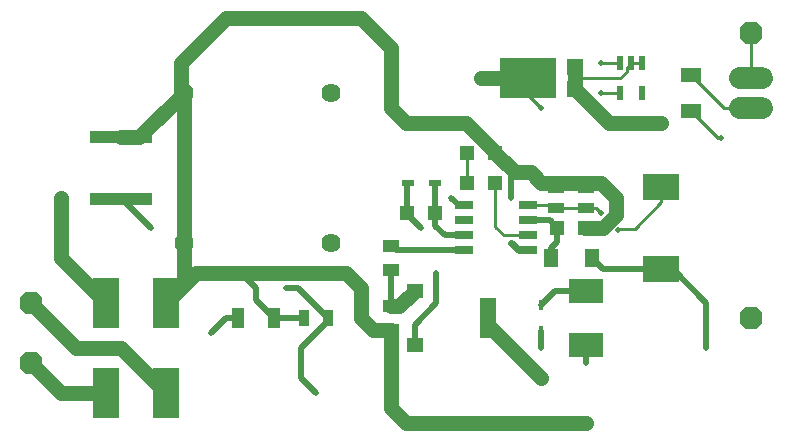
<source format=gbr>
G04 EAGLE Gerber RS-274X export*
G75*
%MOMM*%
%FSLAX34Y34*%
%LPD*%
%INBottom Copper*%
%IPPOS*%
%AMOC8*
5,1,8,0,0,1.08239X$1,22.5*%
G01*
%ADD10R,2.300000X4.300000*%
%ADD11R,3.000000X2.000000*%
%ADD12R,1.075000X0.500000*%
%ADD13R,1.400000X1.400000*%
%ADD14R,4.860000X3.360000*%
%ADD15R,1.528000X0.650000*%
%ADD16R,0.600000X1.200000*%
%ADD17P,2.089446X8X22.500000*%
%ADD18C,1.828800*%
%ADD19R,1.400000X1.200000*%
%ADD20R,1.400000X3.500000*%
%ADD21R,1.400000X1.100000*%
%ADD22R,1.250000X1.500000*%
%ADD23R,1.150000X1.150000*%
%ADD24R,1.800000X1.200000*%
%ADD25R,0.420000X0.870000*%
%ADD26C,1.620000*%
%ADD27R,1.430000X0.940000*%
%ADD28R,1.050000X1.800000*%
%ADD29R,0.950000X1.450000*%
%ADD30R,5.350000X1.060000*%
%ADD31R,3.150000X2.300000*%
%ADD32C,1.270000*%
%ADD33C,0.609600*%
%ADD34C,0.502400*%
%ADD35C,0.508000*%
%ADD36C,0.254000*%
%ADD37C,1.000000*%
%ADD38C,0.700000*%


D10*
X114200Y114700D03*
X114200Y37700D03*
X165200Y37700D03*
X165200Y114700D03*
D11*
X520700Y124850D03*
X520700Y78350D03*
D12*
X369500Y215900D03*
X392500Y215900D03*
D13*
X511150Y295600D03*
X511150Y314000D03*
D14*
X471350Y304800D03*
D15*
X471610Y196850D03*
X471610Y184150D03*
X471610Y171450D03*
X471610Y158750D03*
X417390Y158750D03*
X417390Y171450D03*
X417390Y184150D03*
X417390Y196850D03*
D16*
X549300Y317300D03*
X558800Y317300D03*
X568300Y317300D03*
X568300Y292300D03*
X549300Y292300D03*
D17*
X50800Y114300D03*
X50800Y63500D03*
D18*
X651256Y304800D02*
X669544Y304800D01*
X669544Y279400D02*
X651256Y279400D01*
D19*
X375400Y78600D03*
D20*
X437400Y101600D03*
D19*
X375400Y124600D03*
D21*
X355600Y111600D03*
X355600Y91600D03*
X355600Y142400D03*
X355600Y162400D03*
D22*
X525250Y152400D03*
X490750Y152400D03*
D23*
X496250Y177800D03*
X519750Y177800D03*
X392750Y190500D03*
X369250Y190500D03*
D24*
X609600Y277100D03*
X609600Y307100D03*
D23*
X443550Y215900D03*
X420050Y215900D03*
X420050Y241300D03*
X443550Y241300D03*
D25*
X482600Y112850D03*
X482600Y90350D03*
D26*
X304800Y165100D03*
X179800Y165100D03*
D27*
X495300Y195000D03*
X495300Y211400D03*
X520700Y195000D03*
X520700Y211400D03*
D28*
X226300Y101600D03*
X256300Y101600D03*
D29*
X302100Y101600D03*
X282100Y101600D03*
D30*
X127000Y202600D03*
X127000Y254600D03*
D17*
X660400Y342900D03*
X660400Y101600D03*
D26*
X304800Y292100D03*
X179800Y292100D03*
D31*
X584200Y212800D03*
X584200Y142800D03*
D32*
X419100Y266700D02*
X368300Y266700D01*
X355600Y279400D01*
X355600Y330200D01*
D33*
X463550Y158750D02*
X471610Y158750D01*
X463550Y158750D02*
X457200Y165100D01*
D34*
X457200Y165100D03*
X457200Y203200D03*
D32*
X473582Y224790D02*
X482472Y215900D01*
X460060Y224790D02*
X443550Y241300D01*
X460060Y224790D02*
X473582Y224790D01*
X443550Y241300D02*
X443550Y242250D01*
X419100Y266700D01*
D35*
X457200Y221930D02*
X457200Y203200D01*
X457200Y221930D02*
X460060Y224790D01*
D32*
X482472Y215900D02*
X533400Y215900D01*
X546100Y203200D01*
X546100Y188871D02*
X535029Y177800D01*
X519750Y177800D01*
X546100Y188871D02*
X546100Y203200D01*
D35*
X282100Y101600D02*
X256300Y101600D01*
X254000Y103900D01*
D32*
X179800Y129300D02*
X165200Y114700D01*
X179800Y129300D02*
X179800Y165100D01*
D34*
X520700Y12700D03*
D32*
X368300Y12700D01*
X355600Y25400D01*
X355600Y91600D01*
X340200Y91600D01*
X330200Y101600D01*
X330200Y127000D01*
X317500Y139700D01*
X190200Y139700D02*
X165200Y114700D01*
X228600Y139700D02*
X317500Y139700D01*
X228600Y139700D02*
X190200Y139700D01*
D35*
X241300Y116600D02*
X256300Y101600D01*
X241300Y116600D02*
X241300Y127000D01*
X228600Y139700D01*
D32*
X355600Y330200D02*
X330200Y355600D01*
X215900Y355600D01*
X177800Y317500D01*
X177800Y294100D01*
X179800Y292100D01*
X179800Y165100D01*
X142300Y254600D02*
X127000Y254600D01*
X142300Y254600D02*
X179800Y292100D01*
X126700Y76200D02*
X165200Y37700D01*
X126700Y76200D02*
X88900Y76200D01*
X50800Y114300D01*
X113800Y38100D02*
X114200Y37700D01*
X113800Y38100D02*
X76200Y38100D01*
X50800Y63500D01*
D35*
X482600Y76200D02*
X482600Y90350D01*
D34*
X482600Y76200D03*
D35*
X417390Y196850D02*
X412750Y196850D01*
X406400Y203200D01*
D34*
X406400Y203200D03*
X431800Y304800D03*
D32*
X457200Y304800D01*
D36*
X533600Y292300D02*
X549300Y292300D01*
X533600Y292300D02*
X533400Y292100D01*
D34*
X533400Y292100D03*
X482600Y279400D03*
D36*
X471350Y290650D01*
X471350Y304800D01*
X549100Y317500D02*
X549300Y317300D01*
X549100Y317500D02*
X533400Y317500D01*
D34*
X533400Y317500D03*
D36*
X660400Y304800D02*
X660400Y342900D01*
D32*
X437400Y101600D02*
X437400Y96000D01*
X482600Y50800D01*
D37*
X482600Y50800D03*
D34*
X520700Y63500D03*
D35*
X520700Y78350D01*
X369500Y215900D02*
X369250Y215650D01*
X369250Y190500D01*
X375400Y96000D02*
X375400Y78600D01*
X393700Y114300D02*
X393700Y139700D01*
D34*
X393700Y139700D03*
X381000Y177800D03*
D35*
X369250Y189550D01*
X369250Y190500D01*
X393700Y114300D02*
X375400Y96000D01*
D32*
X362400Y111600D02*
X375400Y124600D01*
X362400Y111600D02*
X355600Y111600D01*
D35*
X355600Y142400D01*
X359250Y158750D02*
X417390Y158750D01*
X359250Y158750D02*
X355600Y162400D01*
D34*
X203200Y88900D03*
D35*
X215900Y101600D01*
X226300Y101600D01*
D36*
X471610Y196850D02*
X493450Y196850D01*
X495300Y195000D01*
X520700Y195000D01*
X528900Y195000D01*
X533400Y190500D01*
D34*
X533400Y190500D03*
D36*
X546851Y177049D02*
X547729Y176171D01*
D34*
X547729Y176171D03*
D36*
X561849Y177049D02*
X584200Y199400D01*
X584200Y212800D01*
X561849Y177049D02*
X546851Y177049D01*
D34*
X622300Y76200D03*
D35*
X593800Y142800D02*
X584200Y142800D01*
X622300Y114300D02*
X622300Y76200D01*
X622300Y114300D02*
X593800Y142800D01*
X584200Y142800D02*
X534850Y142800D01*
X525250Y152400D01*
X520700Y124850D02*
X494600Y124850D01*
X482600Y112850D01*
X489900Y184150D02*
X471610Y184150D01*
X489900Y184150D02*
X496250Y177800D01*
X490750Y160550D02*
X490750Y152400D01*
X496250Y166050D02*
X496250Y177800D01*
X496250Y166050D02*
X490750Y160550D01*
X392750Y190500D02*
X392750Y215650D01*
X392500Y215900D01*
X401112Y171450D02*
X417390Y171450D01*
X401112Y171450D02*
X392750Y179812D01*
X392750Y190500D01*
D32*
X511150Y304800D02*
X511150Y314000D01*
X511150Y304800D02*
X511150Y295600D01*
D36*
X558800Y317300D02*
X568300Y317300D01*
X558800Y317300D02*
X554840Y313340D01*
X554840Y310248D01*
X549392Y304800D01*
X511150Y304800D01*
D32*
X511150Y295600D02*
X540050Y266700D01*
X584200Y266700D01*
D38*
X584200Y266700D03*
D36*
X609600Y277100D02*
X632700Y254000D01*
X635000Y254000D01*
D34*
X635000Y254000D03*
D36*
X420050Y241300D02*
X420050Y215900D01*
X443550Y215900D02*
X443550Y178750D01*
X450850Y171450D02*
X471610Y171450D01*
X450850Y171450D02*
X443550Y178750D01*
X637300Y279400D02*
X660400Y279400D01*
X637300Y279400D02*
X609600Y307100D01*
D34*
X292100Y38100D03*
D35*
X279400Y50800D01*
X279400Y76200D01*
X302100Y98900D02*
X302100Y101600D01*
X302100Y98900D02*
X279400Y76200D01*
X302100Y101600D02*
X276700Y127000D01*
X266700Y127000D01*
D34*
X266700Y127000D03*
X152400Y177800D03*
D35*
X127600Y202600D01*
X127000Y202600D01*
D32*
X76200Y152700D02*
X114200Y114700D01*
D34*
X76200Y203200D03*
D32*
X76200Y152700D01*
M02*

</source>
